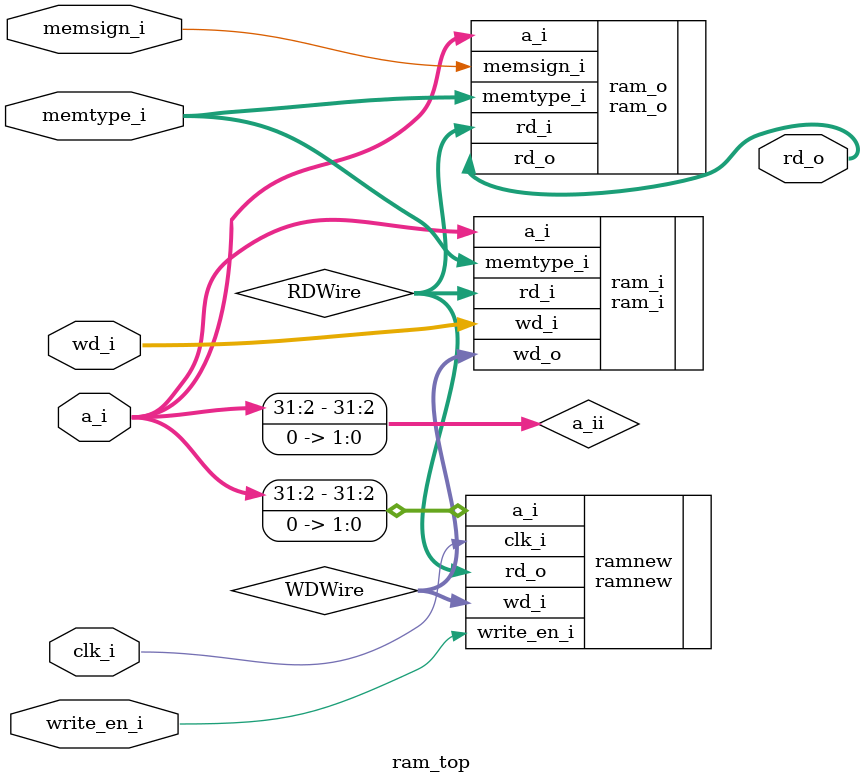
<source format=sv>
module ram_top # (
    parameter WIDTH = 32
              
)(
    input  logic                     write_en_i,
    input  logic                     clk_i,
    input  logic     [1:0]           memtype_i,
    input  logic                     memsign_i,
    input  logic     [WIDTH-1:0]     wd_i,
    input  logic     [WIDTH-1:0]     a_i,
    output logic     [WIDTH-1:0]     rd_o

);

logic [WIDTH-1:0] WDWire;
logic [WIDTH-1:0] RDWire;
logic [WIDTH-1:0] a_ii;
assign a_ii = {{a_i[31:2]}, {2'b0}};

ram_i ram_i (
    .memtype_i(memtype_i),
    .a_i(a_i),
    .rd_i(RDWire),
    .wd_i(wd_i),
    .wd_o(WDWire)
    
);

ramnew ramnew(
    .write_en_i(write_en_i),
    .clk_i(clk_i),
    .a_i(a_ii),
    .wd_i(WDWire),
    .rd_o(RDWire)

);

ram_o ram_o(
    .memtype_i(memtype_i),
    .memsign_i(memsign_i),
    .a_i(a_i),
    .rd_i(RDWire),
    .rd_o(rd_o)
    

);

endmodule

</source>
